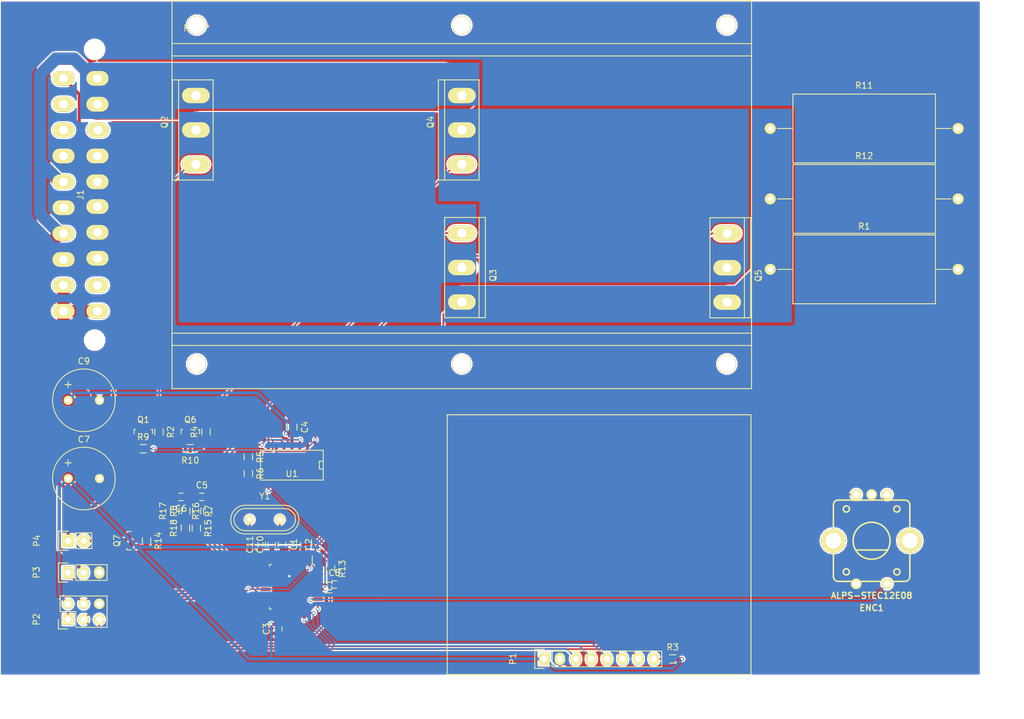
<source format=kicad_pcb>
(kicad_pcb (version 4) (host pcbnew 0.201507290901+6012~27~ubuntu14.04.1-product)
  (layers (0 F.Cu signal) (31 B.Cu signal) (34 B.Paste user) (35 F.Paste user) (36 B.SilkS user) (37 F.SilkS user) (38 B.Mask user) (39 F.Mask user) (44 Edge.Cuts user))
  (net 0 "")
  (net 1 GND)
  (net 2 "Net-(IC1-Pad19)")
  (net 3 "Net-(IC1-Pad20)")
  (net 4 "Net-(IC1-Pad22)")
  (net 5 "Net-(Q1-Pad1)")
  (net 6 +5V)
  (net 7 "Net-(C5-Pad1)")
  (net 8 /pwm_pos)
  (net 9 /pwm_neg)
  (net 10 /MOSI)
  (net 11 /MISO)
  (net 12 /SCK)
  (net 13 /mcu_adc)
  (net 14 /RESET)
  (net 15 /RXD)
  (net 16 /TXD)
  (net 17 +3V3)
  (net 18 "Net-(P1-Pad8)")
  (net 19 "Net-(Q2-Pad1)")
  (net 20 "Net-(Q3-Pad3)")
  (net 21 "Net-(Q4-Pad1)")
  (net 22 "Net-(Q6-Pad1)")
  (net 23 "Net-(R5-Pad2)")
  (net 24 "Net-(C6-Pad1)")
  (net 25 /load_1)
  (net 26 /load_2)
  (net 27 /rot_enc1)
  (net 28 /rot_enc2)
  (net 29 /rot_sw)
  (net 30 "Net-(J1-Pad8)")
  (net 31 "Net-(J1-Pad9)")
  (net 32 "Net-(J1-Pad12)")
  (net 33 "Net-(J1-Pad18)")
  (net 34 /lcd_sce)
  (net 35 /lcd_rst)
  (net 36 "Net-(IC1-Pad27)")
  (net 37 "Net-(Q1-Pad3)")
  (net 38 "Net-(Q6-Pad3)")
  (net 39 /servo_pwm)
  (net 40 /mcu_airpump)
  (net 41 +12V)
  (net 42 "Net-(P4-Pad2)")
  (net 43 /lcd_dc)
  (net 44 /XTAL1)
  (net 45 /XTAL2)
  (net 46 "Net-(R15-Pad1)")
  (net 47 "Net-(R17-Pad1)")
  (net 48 "Net-(IC1-Pad9)")
  (net 49 "Net-(IC1-Pad10)")
  (net 50 "Net-(IC1-Pad11)")
  (net 51 /opa_pos)
  (net 52 /opa_neg)
  (module TO-247_Vertical_Neutral123 (layer F.Cu) (at 102.743 62.738 90)
    (fp_text reference Q2 (at 1.27 -5.08 90) (layer F.SilkS))
    (fp_text value BD250)
    (pad 2 thru_hole oval (at 0 0 180) (size 4.50088 2.49936) (drill 1.50114) (layers *.Cu *.Mask F.SilkS) (net 25 /load_1))
    (pad 1 thru_hole oval (at -5.588 0 180) (size 4.50088 2.49936) (drill 1.50114) (layers *.Cu *.Mask F.SilkS) (net 19 "Net-(Q2-Pad1)"))
    (pad 3 thru_hole oval (at 5.588 0 180) (size 4.50088 2.49936) (drill 1.50114) (layers *.Cu *.Mask F.SilkS) (net 6 +5V))
  )
  (module blue_cpu_cooler (layer F.Cu) (at 102.87 45.72)
    (fp_text reference REF** (at 0 0.5) (layer F.SilkS))
    (fp_text value "blue cooler")
    (pad "" np_thru_hole circle (at 0 0) (size 3 3) (drill 2.8) (layers *.Cu *.Mask F.SilkS))
    (pad "" np_thru_hole circle (at 43 0) (size 3 3) (drill 2.8) (layers *.Cu *.Mask F.SilkS))
    (pad "" np_thru_hole circle (at 86 0) (size 3 3) (drill 2.8) (layers *.Cu *.Mask F.SilkS))
    (pad "" np_thru_hole circle (at 86 55) (size 3 3) (drill 2.8) (layers *.Cu *.Mask F.SilkS))
    (pad "" np_thru_hole circle (at 43 55) (size 3 3) (drill 2.8) (layers *.Cu *.Mask F.SilkS))
    (pad "" np_thru_hole circle (at 0 55) (size 3 3) (drill 2.8) (layers *.Cu *.Mask F.SilkS))
  )
  (module constant_current_source:Molex_minifit_jr_5566_39-29-9203_20pin (layer F.Cu) (at 84.027565 73.261299 90)
    (fp_text reference J1 (at 0 0 90) (layer F.SilkS))
    (fp_text value ATX20)
    (pad 1 thru_hole oval (at -18.9 -2.75 90) (size 2.4 3.6) (drill 1.4) (layers *.Cu *.Mask F.SilkS) (net 17 +3V3))
    (pad 2 thru_hole oval (at -14.7 -2.75 90) (size 2.4 3.6) (drill 1.4) (layers *.Cu *.Mask F.SilkS) (net 17 +3V3))
    (pad 3 thru_hole oval (at -10.5 -2.75 90) (size 2.4 3.6) (drill 1.4) (layers *.Cu *.Mask F.SilkS) (net 1 GND))
    (pad 4 thru_hole oval (at -6.3 -2.75 90) (size 2.4 3.6) (drill 1.4) (layers *.Cu *.Mask F.SilkS) (net 6 +5V))
    (pad 5 thru_hole oval (at -2.1 -2.75 90) (size 2.4 3.6) (drill 1.4) (layers *.Cu *.Mask F.SilkS) (net 1 GND))
    (pad 6 thru_hole oval (at 2.1 -2.75 90) (size 2.4 3.6) (drill 1.4) (layers *.Cu *.Mask F.SilkS) (net 6 +5V))
    (pad 7 thru_hole oval (at 6.3 -2.75 90) (size 2.4 3.6) (drill 1.4) (layers *.Cu *.Mask F.SilkS) (net 1 GND))
    (pad 8 thru_hole oval (at 10.5 -2.75 90) (size 2.4 3.6) (drill 1.4) (layers *.Cu *.Mask F.SilkS) (net 30 "Net-(J1-Pad8)"))
    (pad 9 thru_hole oval (at 14.7 -2.75 90) (size 2.4 3.6) (drill 1.4) (layers *.Cu *.Mask F.SilkS) (net 31 "Net-(J1-Pad9)"))
    (pad 10 thru_hole oval (at 18.9 -2.75 90) (size 2.4 3.6) (drill 1.4) (layers *.Cu *.Mask F.SilkS) (net 41 +12V))
    (pad 11 thru_hole oval (at -18.9 2.75 90) (size 2.4 3.6) (drill 1.4) (layers *.Cu *.Mask F.SilkS) (net 17 +3V3))
    (pad 12 thru_hole oval (at -14.7 2.75 90) (size 2.4 3.6) (drill 1.4) (layers *.Cu *.Mask F.SilkS) (net 32 "Net-(J1-Pad12)"))
    (pad 13 thru_hole oval (at -10.3 2.75 90) (size 2.4 3.6) (drill 1.4) (layers *.Cu *.Mask F.SilkS) (net 1 GND))
    (pad 14 thru_hole oval (at -6.1 2.75 90) (size 2.4 3.6) (drill 1.4) (layers *.Cu *.Mask F.SilkS) (net 1 GND))
    (pad 15 thru_hole oval (at -1.9 2.75 90) (size 2.4 3.6) (drill 1.4) (layers *.Cu *.Mask F.SilkS) (net 1 GND))
    (pad 16 thru_hole oval (at 2.1 2.75 90) (size 2.4 3.6) (drill 1.4) (layers *.Cu *.Mask F.SilkS) (net 1 GND))
    (pad 17 thru_hole oval (at 6.3 2.75 90) (size 2.4 3.6) (drill 1.4) (layers *.Cu *.Mask F.SilkS) (net 1 GND))
    (pad 18 thru_hole oval (at 10.5 2.85 90) (size 2.4 3.6) (drill 1.4) (layers *.Cu *.Mask F.SilkS) (net 33 "Net-(J1-Pad18)"))
    (pad 19 thru_hole oval (at 14.7 2.75 90) (size 2.4 3.6) (drill 1.4) (layers *.Cu *.Mask F.SilkS) (net 6 +5V))
    (pad 20 thru_hole oval (at 18.9 2.75 90) (size 2.4 3.6) (drill 1.4) (layers *.Cu *.Mask F.SilkS) (net 6 +5V))
    (pad "" np_thru_hole circle (at 23.6 2.29 90) (size 3 3) (drill 3) (layers *.Cu *.Mask F.SilkS))
    (pad "" np_thru_hole circle (at -23.6 2.29 90) (size 3 3) (drill 3) (layers *.Cu *.Mask F.SilkS))
  )
  (module Capacitors_SMD:C_0603 (layer F.Cu) (at 119.142421 130.009233 270)
    (fp_text reference C2 (at 0 -1.9 270) (layer F.SilkS))
    (fp_text value 100n)
    (pad 1 smd rect (at -0.75 0 270) (size 0.8 0.75) (layers F.Cu F.Paste F.Mask) (net 1 GND))
    (pad 2 smd rect (at 0.75 0 270) (size 0.8 0.75) (layers F.Cu F.Paste F.Mask) (net 17 +3V3))
  )
  (module Housings_QFP:TQFP-32_7x7mm_Pitch0.8mm (layer F.Cu) (at 118.312421 136.886233 270)
    (fp_text reference IC1 (at 0 -6.05 270) (layer F.SilkS))
    (fp_text value ATMEGA328P-A)
    (pad 1 smd rect (at -4.25 -2.8 270) (size 1.6 0.55) (layers F.Cu F.Paste F.Mask) (net 39 /servo_pwm))
    (pad 2 smd rect (at -4.25 -2 270) (size 1.6 0.55) (layers F.Cu F.Paste F.Mask) (net 28 /rot_enc2))
    (pad 3 smd rect (at -4.25 -1.2 270) (size 1.6 0.55) (layers F.Cu F.Paste F.Mask) (net 1 GND))
    (pad 4 smd rect (at -4.25 -0.4 270) (size 1.6 0.55) (layers F.Cu F.Paste F.Mask) (net 17 +3V3))
    (pad 5 smd rect (at -4.25 0.4 270) (size 1.6 0.55) (layers F.Cu F.Paste F.Mask) (net 1 GND))
    (pad 6 smd rect (at -4.25 1.2 270) (size 1.6 0.55) (layers F.Cu F.Paste F.Mask) (net 17 +3V3))
    (pad 7 smd rect (at -4.25 2 270) (size 1.6 0.55) (layers F.Cu F.Paste F.Mask) (net 44 /XTAL1))
    (pad 8 smd rect (at -4.25 2.8 270) (size 1.6 0.55) (layers F.Cu F.Paste F.Mask) (net 45 /XTAL2))
    (pad 9 smd rect (at -2.8 4.25) (size 1.6 0.55) (layers F.Cu F.Paste F.Mask) (net 48 "Net-(IC1-Pad9)"))
    (pad 10 smd rect (at -2 4.25) (size 1.6 0.55) (layers F.Cu F.Paste F.Mask) (net 49 "Net-(IC1-Pad10)"))
    (pad 11 smd rect (at -1.2 4.25) (size 1.6 0.55) (layers F.Cu F.Paste F.Mask) (net 50 "Net-(IC1-Pad11)"))
    (pad 12 smd rect (at -0.4 4.25) (size 1.6 0.55) (layers F.Cu F.Paste F.Mask) (net 40 /mcu_airpump))
    (pad 13 smd rect (at 0.4 4.25) (size 1.6 0.55) (layers F.Cu F.Paste F.Mask) (net 8 /pwm_pos))
    (pad 14 smd rect (at 1.2 4.25) (size 1.6 0.55) (layers F.Cu F.Paste F.Mask) (net 9 /pwm_neg))
    (pad 15 smd rect (at 2 4.25) (size 1.6 0.55) (layers F.Cu F.Paste F.Mask) (net 10 /MOSI))
    (pad 16 smd rect (at 2.8 4.25) (size 1.6 0.55) (layers F.Cu F.Paste F.Mask) (net 11 /MISO))
    (pad 17 smd rect (at 4.25 2.8 270) (size 1.6 0.55) (layers F.Cu F.Paste F.Mask) (net 12 /SCK))
    (pad 18 smd rect (at 4.25 2 270) (size 1.6 0.55) (layers F.Cu F.Paste F.Mask) (net 17 +3V3))
    (pad 19 smd rect (at 4.25 1.2 270) (size 1.6 0.55) (layers F.Cu F.Paste F.Mask) (net 2 "Net-(IC1-Pad19)"))
    (pad 20 smd rect (at 4.25 0.4 270) (size 1.6 0.55) (layers F.Cu F.Paste F.Mask) (net 3 "Net-(IC1-Pad20)"))
    (pad 21 smd rect (at 4.25 -0.4 270) (size 1.6 0.55) (layers F.Cu F.Paste F.Mask) (net 1 GND))
    (pad 22 smd rect (at 4.25 -1.2 270) (size 1.6 0.55) (layers F.Cu F.Paste F.Mask) (net 4 "Net-(IC1-Pad22)"))
    (pad 23 smd rect (at 4.25 -2 270) (size 1.6 0.55) (layers F.Cu F.Paste F.Mask) (net 34 /lcd_sce))
    (pad 24 smd rect (at 4.25 -2.8 270) (size 1.6 0.55) (layers F.Cu F.Paste F.Mask) (net 35 /lcd_rst))
    (pad 25 smd rect (at 2.8 -4.25) (size 1.6 0.55) (layers F.Cu F.Paste F.Mask) (net 43 /lcd_dc))
    (pad 26 smd rect (at 2 -4.25) (size 1.6 0.55) (layers F.Cu F.Paste F.Mask) (net 29 /rot_sw))
    (pad 27 smd rect (at 1.2 -4.25) (size 1.6 0.55) (layers F.Cu F.Paste F.Mask) (net 36 "Net-(IC1-Pad27)"))
    (pad 28 smd rect (at 0.4 -4.25) (size 1.6 0.55) (layers F.Cu F.Paste F.Mask) (net 13 /mcu_adc))
    (pad 29 smd rect (at -0.4 -4.25) (size 1.6 0.55) (layers F.Cu F.Paste F.Mask) (net 14 /RESET))
    (pad 30 smd rect (at -1.2 -4.25) (size 1.6 0.55) (layers F.Cu F.Paste F.Mask) (net 15 /RXD))
    (pad 31 smd rect (at -2 -4.25) (size 1.6 0.55) (layers F.Cu F.Paste F.Mask) (net 16 /TXD))
    (pad 32 smd rect (at -2.8 -4.25) (size 1.6 0.55) (layers F.Cu F.Paste F.Mask) (net 27 /rot_enc1))
  )
  (module Resistors_SMD:R_0603 (layer F.Cu) (at 96.765005 111.755551 270)
    (fp_text reference R2 (at 0 -1.9 270) (layer F.SilkS))
    (fp_text value 1k5)
    (pad 1 smd rect (at -0.75 0 270) (size 0.5 0.9) (layers F.Cu F.Paste F.Mask) (net 19 "Net-(Q2-Pad1)"))
    (pad 2 smd rect (at 0.75 0 270) (size 0.5 0.9) (layers F.Cu F.Paste F.Mask) (net 37 "Net-(Q1-Pad3)"))
  )
  (module Capacitors_SMD:C_0603 (layer F.Cu) (at 116.729421 130.009233 270)
    (fp_text reference C1 (at 0 -1.9 270) (layer F.SilkS))
    (fp_text value 100n)
    (pad 1 smd rect (at -0.75 0 270) (size 0.8 0.75) (layers F.Cu F.Paste F.Mask) (net 1 GND))
    (pad 2 smd rect (at 0.75 0 270) (size 0.8 0.75) (layers F.Cu F.Paste F.Mask) (net 17 +3V3))
  )
  (module Capacitors_SMD:C_0603 (layer F.Cu) (at 116.094421 143.725233 90)
    (fp_text reference C3 (at 0 -1.9 90) (layer F.SilkS))
    (fp_text value 100n)
    (pad 1 smd rect (at -0.75 0 90) (size 0.8 0.75) (layers F.Cu F.Paste F.Mask) (net 1 GND))
    (pad 2 smd rect (at 0.75 0 90) (size 0.8 0.75) (layers F.Cu F.Paste F.Mask) (net 17 +3V3))
  )
  (module Capacitors_SMD:C_0805 (layer F.Cu) (at 118.297013 110.969987 270)
    (fp_text reference C4 (at 0 -2.1 270) (layer F.SilkS))
    (fp_text value C)
    (pad 1 smd rect (at -1 0 270) (size 1 1.25) (layers F.Cu F.Paste F.Mask) (net 1 GND))
    (pad 2 smd rect (at 1 0 270) (size 1 1.25) (layers F.Cu F.Paste F.Mask) (net 6 +5V))
  )
  (module Capacitors_SMD:C_0603 (layer F.Cu) (at 103.710047 122.301)
    (fp_text reference C5 (at 0 -1.9) (layer F.SilkS))
    (fp_text value 47n)
    (pad 1 smd rect (at -0.75 0) (size 0.8 0.75) (layers F.Cu F.Paste F.Mask) (net 7 "Net-(C5-Pad1)"))
    (pad 2 smd rect (at 0.75 0) (size 0.8 0.75) (layers F.Cu F.Paste F.Mask) (net 1 GND))
  )
  (module Resistors_SMD:R_0603 (layer F.Cu) (at 180.086 148.59)
    (fp_text reference R3 (at 0 -1.9) (layer F.SilkS))
    (fp_text value 220)
    (pad 1 smd rect (at -0.75 0) (size 0.5 0.9) (layers F.Cu F.Paste F.Mask) (net 18 "Net-(P1-Pad8)"))
    (pad 2 smd rect (at 0.75 0) (size 0.5 0.9) (layers F.Cu F.Paste F.Mask) (net 17 +3V3))
  )
  (module Resistors_SMD:R_0603 (layer F.Cu) (at 104.385005 111.755551 90)
    (fp_text reference R4 (at 0 -1.9 90) (layer F.SilkS))
    (fp_text value 1k5)
    (pad 1 smd rect (at -0.75 0 90) (size 0.5 0.9) (layers F.Cu F.Paste F.Mask) (net 38 "Net-(Q6-Pad3)"))
    (pad 2 smd rect (at 0.75 0 90) (size 0.5 0.9) (layers F.Cu F.Paste F.Mask) (net 21 "Net-(Q4-Pad1)"))
  )
  (module SMD_Packages:SOIC-14_N (layer F.Cu) (at 118.317747 117.274119 180)
    (fp_text reference U1 (at 0 -1.27 180) (layer F.SilkS))
    (fp_text value LM324)
    (pad 1 smd rect (at -3.81 3.302 180) (size 0.508 1.143) (layers F.Cu F.Paste F.Mask) (net 52 /opa_neg))
    (pad 2 smd rect (at -2.54 3.302 180) (size 0.508 1.143) (layers F.Cu F.Paste F.Mask) (net 20 "Net-(Q3-Pad3)"))
    (pad 3 smd rect (at -1.27 3.302 180) (size 0.508 1.143) (layers F.Cu F.Paste F.Mask) (net 24 "Net-(C6-Pad1)"))
    (pad 4 smd rect (at 0 3.302 180) (size 0.508 1.143) (layers F.Cu F.Paste F.Mask) (net 6 +5V))
    (pad 5 smd rect (at 1.27 3.302 180) (size 0.508 1.143) (layers F.Cu F.Paste F.Mask) (net 7 "Net-(C5-Pad1)"))
    (pad 6 smd rect (at 2.54 3.302 180) (size 0.508 1.143) (layers F.Cu F.Paste F.Mask) (net 20 "Net-(Q3-Pad3)"))
    (pad 7 smd rect (at 3.81 3.302 180) (size 0.508 1.143) (layers F.Cu F.Paste F.Mask) (net 51 /opa_pos))
    (pad 8 smd rect (at 3.81 -3.048 180) (size 0.508 1.143) (layers F.Cu F.Paste F.Mask) (net 13 /mcu_adc))
    (pad 9 smd rect (at 2.54 -3.048 180) (size 0.508 1.143) (layers F.Cu F.Paste F.Mask) (net 23 "Net-(R5-Pad2)"))
    (pad 11 smd rect (at 0 -3.048 180) (size 0.508 1.143) (layers F.Cu F.Paste F.Mask) (net 1 GND))
    (pad 12 smd rect (at -1.27 -3.048 180) (size 0.508 1.143) (layers F.Cu F.Paste F.Mask))
    (pad 13 smd rect (at -2.54 -3.048 180) (size 0.508 1.143) (layers F.Cu F.Paste F.Mask))
    (pad 14 smd rect (at -3.81 -3.048 180) (size 0.508 1.143) (layers F.Cu F.Paste F.Mask))
    (pad 10 smd rect (at 1.27 -3.048 180) (size 0.508 1.143) (layers F.Cu F.Paste F.Mask) (net 20 "Net-(Q3-Pad3)"))
  )
  (module Resistors_ThroughHole:Resistor_Ceramic_Horizontal_L23mm-W9mm-H9mm-p30mm (layer F.Cu) (at 211.138609 85.359779)
    (fp_text reference R1 (at 0 -6.985) (layer F.SilkS))
    (fp_text value 0R1)
    (pad 1 thru_hole circle (at -15.24 0 180) (size 1.8 1.8) (drill 0.9) (layers *.Cu *.Mask F.SilkS) (net 20 "Net-(Q3-Pad3)"))
    (pad 2 thru_hole circle (at 15.24 0 180) (size 1.8 1.8) (drill 0.9) (layers *.Cu *.Mask F.SilkS) (net 1 GND))
  )
  (module Pin_Headers:Pin_Header_Straight_2x03 (layer F.Cu) (at 81.992543 142.188745 90)
    (fp_text reference P2 (at 0 -5.1 90) (layer F.SilkS))
    (fp_text value CONN_02X03)
    (pad 1 thru_hole rect (at 0 0 90) (size 1.7272 1.7272) (drill 1.016) (layers *.Cu *.Mask F.SilkS) (net 11 /MISO))
    (pad 2 thru_hole oval (at 2.54 0 90) (size 1.7272 1.7272) (drill 1.016) (layers *.Cu *.Mask F.SilkS) (net 17 +3V3))
    (pad 3 thru_hole oval (at 0 2.54 90) (size 1.7272 1.7272) (drill 1.016) (layers *.Cu *.Mask F.SilkS) (net 12 /SCK))
    (pad 4 thru_hole oval (at 2.54 2.54 90) (size 1.7272 1.7272) (drill 1.016) (layers *.Cu *.Mask F.SilkS) (net 10 /MOSI))
    (pad 5 thru_hole oval (at 0 5.08 90) (size 1.7272 1.7272) (drill 1.016) (layers *.Cu *.Mask F.SilkS) (net 14 /RESET))
    (pad 6 thru_hole oval (at 2.54 5.08 90) (size 1.7272 1.7272) (drill 1.016) (layers *.Cu *.Mask F.SilkS) (net 1 GND))
  )
  (module Resistors_SMD:R_0603 (layer F.Cu) (at 111.258789 115.827949 270)
    (fp_text reference R5 (at 0 -1.9 270) (layer F.SilkS))
    (fp_text value 10k)
    (pad 1 smd rect (at -0.75 0 270) (size 0.5 0.9) (layers F.Cu F.Paste F.Mask) (net 1 GND))
    (pad 2 smd rect (at 0.75 0 270) (size 0.5 0.9) (layers F.Cu F.Paste F.Mask) (net 23 "Net-(R5-Pad2)"))
  )
  (module Resistors_SMD:R_0603 (layer F.Cu) (at 111.258789 118.494949 270)
    (fp_text reference R6 (at 0 -1.9 270) (layer F.SilkS))
    (fp_text value 12k)
    (pad 1 smd rect (at -0.75 0 270) (size 0.5 0.9) (layers F.Cu F.Paste F.Mask) (net 23 "Net-(R5-Pad2)"))
    (pad 2 smd rect (at 0.75 0 270) (size 0.5 0.9) (layers F.Cu F.Paste F.Mask) (net 13 /mcu_adc))
  )
  (module Capacitors_SMD:C_0603 (layer F.Cu) (at 100.33 122.301 180)
    (fp_text reference C6 (at 0 -1.9 180) (layer F.SilkS))
    (fp_text value 47n)
    (pad 1 smd rect (at -0.75 0 180) (size 0.8 0.75) (layers F.Cu F.Paste F.Mask) (net 24 "Net-(C6-Pad1)"))
    (pad 2 smd rect (at 0.75 0 180) (size 0.8 0.75) (layers F.Cu F.Paste F.Mask) (net 1 GND))
  )
  (module Resistors_SMD:R_0603 (layer F.Cu) (at 102.87 124.587 270)
    (fp_text reference R7 (at 0 -1.9 270) (layer F.SilkS))
    (fp_text value 100)
    (pad 1 smd rect (at -0.75 0 270) (size 0.5 0.9) (layers F.Cu F.Paste F.Mask) (net 7 "Net-(C5-Pad1)"))
    (pad 2 smd rect (at 0.75 0 270) (size 0.5 0.9) (layers F.Cu F.Paste F.Mask) (net 46 "Net-(R15-Pad1)"))
  )
  (module Resistors_SMD:R_0603 (layer F.Cu) (at 101.092 124.587 90)
    (fp_text reference R8 (at 0 -1.9 90) (layer F.SilkS))
    (fp_text value 100)
    (pad 1 smd rect (at -0.75 0 90) (size 0.5 0.9) (layers F.Cu F.Paste F.Mask) (net 47 "Net-(R17-Pad1)"))
    (pad 2 smd rect (at 0.75 0 90) (size 0.5 0.9) (layers F.Cu F.Paste F.Mask) (net 24 "Net-(C6-Pad1)"))
  )
  (module Resistors_SMD:R_0603 (layer F.Cu) (at 94.206534 114.476456)
    (fp_text reference R9 (at 0 -1.9) (layer F.SilkS))
    (fp_text value 10k)
    (pad 1 smd rect (at -0.75 0) (size 0.5 0.9) (layers F.Cu F.Paste F.Mask) (net 5 "Net-(Q1-Pad1)"))
    (pad 2 smd rect (at 0.75 0) (size 0.5 0.9) (layers F.Cu F.Paste F.Mask) (net 52 /opa_neg))
  )
  (module Resistors_SMD:R_0603 (layer F.Cu) (at 101.826534 114.476456 180)
    (fp_text reference R10 (at 0 -1.9 180) (layer F.SilkS))
    (fp_text value 10k)
    (pad 1 smd rect (at -0.75 0 180) (size 0.5 0.9) (layers F.Cu F.Paste F.Mask) (net 51 /opa_pos))
    (pad 2 smd rect (at 0.75 0 180) (size 0.5 0.9) (layers F.Cu F.Paste F.Mask) (net 22 "Net-(Q6-Pad1)"))
  )
  (module Resistors_ThroughHole:Resistor_Ceramic_Horizontal_L23mm-W9mm-H9mm-p30mm (layer F.Cu) (at 211.138609 62.499779)
    (fp_text reference R11 (at 0 -6.985) (layer F.SilkS))
    (fp_text value 0R1)
    (pad 1 thru_hole circle (at -15.24 0 180) (size 1.8 1.8) (drill 0.9) (layers *.Cu *.Mask F.SilkS) (net 20 "Net-(Q3-Pad3)"))
    (pad 2 thru_hole circle (at 15.24 0 180) (size 1.8 1.8) (drill 0.9) (layers *.Cu *.Mask F.SilkS) (net 1 GND))
  )
  (module Resistors_ThroughHole:Resistor_Ceramic_Horizontal_L23mm-W9mm-H9mm-p30mm (layer F.Cu) (at 211.138609 73.929779)
    (fp_text reference R12 (at 0 -6.985) (layer F.SilkS))
    (fp_text value 0R1)
    (pad 1 thru_hole circle (at -15.24 0 180) (size 1.8 1.8) (drill 0.9) (layers *.Cu *.Mask F.SilkS) (net 20 "Net-(Q3-Pad3)"))
    (pad 2 thru_hole circle (at 15.24 0 180) (size 1.8 1.8) (drill 0.9) (layers *.Cu *.Mask F.SilkS) (net 1 GND))
  )
  (module Capacitors_Elko_ThroughHole:Elko_vert_20x10mm_RM5 (layer F.Cu) (at 82.034474 119.315231)
    (fp_text reference C7 (at 2.54 -6.35) (layer F.SilkS))
    (fp_text value CP)
    (fp_line (start -0.508 -2.54) (end 0.508 -2.54) (layer F.Cu) (width 0.15))
    (fp_line (start 0 -3.048) (end 0 -2.032) (layer F.Cu) (width 0.15))
    (pad 2 thru_hole circle (at 5.08 0) (size 1.50114 1.50114) (drill 0.8001) (layers *.Cu *.Mask F.SilkS) (net 1 GND))
    (pad 1 thru_hole circle (at 0 0) (size 1.50114 1.50114) (drill 0.8001) (layers *.Cu *.Mask F.SilkS) (net 17 +3V3))
  )
  (module ALPS-STEC12E08:ALPS-STEC12E08 (layer F.Cu) (at 212.344 129.413 180)
    (fp_text reference ENC1 (at 0 -10.9 180) (layer F.SilkS) (effects (font (thickness 0.2))))
    (fp_text value ALPS-STEC12E08 (at 0 -8.9 180) (layer F.SilkS) (effects (font (thickness 0.2))))
    (pad A thru_hole circle (at -2.5 7.5 180) (size 1.75 1.75) (drill 1.1) (layers *.Cu *.Mask F.SilkS) (net 27 /rot_enc1))
    (pad B thru_hole circle (at 2.5 7.5 180) (size 1.75 1.75) (drill 1.1) (layers *.Cu *.Mask F.SilkS) (net 28 /rot_enc2))
    (pad C thru_hole circle (at 0 7.5 180) (size 1.75 1.75) (drill 1.1) (layers *.Cu *.Mask F.SilkS) (net 1 GND))
    (pad SW2 thru_hole circle (at 2.5 -7 180) (size 1.75 1.75) (drill 1.1) (layers *.Cu *.Mask F.SilkS) (net 1 GND))
    (pad SW1 thru_hole circle (at -2.5 -7 180) (size 1.75 1.75) (drill 1.1) (layers *.Cu *.Mask F.SilkS) (net 29 /rot_sw))
    (pad body thru_hole oval (at 6.2 0 180) (size 4 4) (drill 2.5) (layers *.Cu *.Mask F.SilkS))
    (pad body thru_hole oval (at -6.2 0 180) (size 4 4) (drill 2.5) (layers *.Cu *.Mask F.SilkS))
  )
  (module constant_current_source:Nokia5110_Display (layer F.Cu) (at 159.258 148.59 90)
    (fp_text reference P1 (at 0 -5.1 90) (layer F.SilkS))
    (fp_text value Nokia5110_Display)
    (pad 1 thru_hole rect (at 0 0 90) (size 2.032 1.7272) (drill 1.016) (layers *.Cu *.Mask F.SilkS) (net 17 +3V3))
    (pad 2 thru_hole oval (at 0 2.54 90) (size 2.032 1.7272) (drill 1.016) (layers *.Cu *.Mask F.SilkS) (net 1 GND))
    (pad 3 thru_hole oval (at 0 5.08 90) (size 2.032 1.7272) (drill 1.016) (layers *.Cu *.Mask F.SilkS) (net 34 /lcd_sce))
    (pad 4 thru_hole oval (at 0 7.62 90) (size 2.032 1.7272) (drill 1.016) (layers *.Cu *.Mask F.SilkS) (net 35 /lcd_rst))
    (pad 5 thru_hole oval (at 0 10.16 90) (size 2.032 1.7272) (drill 1.016) (layers *.Cu *.Mask F.SilkS) (net 43 /lcd_dc))
    (pad 6 thru_hole oval (at 0 12.7 90) (size 2.032 1.7272) (drill 1.016) (layers *.Cu *.Mask F.SilkS) (net 10 /MOSI))
    (pad 7 thru_hole oval (at 0 15.24 90) (size 2.032 1.7272) (drill 1.016) (layers *.Cu *.Mask F.SilkS) (net 12 /SCK))
    (pad 8 thru_hole oval (at 0 17.78 90) (size 2.032 1.7272) (drill 1.016) (layers *.Cu *.Mask F.SilkS) (net 18 "Net-(P1-Pad8)"))
  )
  (module Capacitors_SMD:C_0603 (layer F.Cu) (at 125.222 136.525)
    (fp_text reference C8 (at 0 -1.9) (layer F.SilkS))
    (fp_text value C)
    (pad 1 smd rect (at -0.75 0) (size 0.8 0.75) (layers F.Cu F.Paste F.Mask) (net 14 /RESET))
    (pad 2 smd rect (at 0.75 0) (size 0.8 0.75) (layers F.Cu F.Paste F.Mask) (net 1 GND))
  )
  (module Resistors_SMD:R_0603 (layer F.Cu) (at 124.587 133.985 270)
    (fp_text reference R13 (at 0 -1.9 270) (layer F.SilkS))
    (fp_text value R)
    (pad 1 smd rect (at -0.75 0 270) (size 0.5 0.9) (layers F.Cu F.Paste F.Mask) (net 17 +3V3))
    (pad 2 smd rect (at 0.75 0 270) (size 0.5 0.9) (layers F.Cu F.Paste F.Mask) (net 14 /RESET))
  )
  (module Housings_SOT-23_SOT-143_TSOT-6:SOT-23 (layer F.Cu) (at 101.845005 112.009551)
    (fp_text reference Q6 (at 0 -2.25) (layer F.SilkS))
    (fp_text value BC847)
    (pad 1 smd rect (at -0.95 1.00076) (size 0.8001 0.8001) (layers F.Cu F.Paste F.Mask) (net 22 "Net-(Q6-Pad1)"))
    (pad 2 smd rect (at 0.95 1.00076) (size 0.8001 0.8001) (layers F.Cu F.Paste F.Mask) (net 1 GND))
    (pad 3 smd rect (at 0 -0.99822) (size 0.8001 0.8001) (layers F.Cu F.Paste F.Mask) (net 38 "Net-(Q6-Pad3)"))
  )
  (module Housings_SOT-23_SOT-143_TSOT-6:SOT-23 (layer F.Cu) (at 94.225005 112.009551)
    (fp_text reference Q1 (at 0 -2.25) (layer F.SilkS))
    (fp_text value BC847)
    (pad 1 smd rect (at -0.95 1.00076) (size 0.8001 0.8001) (layers F.Cu F.Paste F.Mask) (net 5 "Net-(Q1-Pad1)"))
    (pad 2 smd rect (at 0.95 1.00076) (size 0.8001 0.8001) (layers F.Cu F.Paste F.Mask) (net 1 GND))
    (pad 3 smd rect (at 0 -0.99822) (size 0.8001 0.8001) (layers F.Cu F.Paste F.Mask) (net 37 "Net-(Q1-Pad3)"))
  )
  (module Capacitors_Elko_ThroughHole:Elko_vert_20x10mm_RM5 (layer F.Cu) (at 82.034474 106.615231)
    (fp_text reference C9 (at 2.54 -6.35) (layer F.SilkS))
    (fp_text value CP)
    (fp_line (start -0.508 -2.54) (end 0.508 -2.54) (layer F.Cu) (width 0.15))
    (fp_line (start 0 -3.048) (end 0 -2.032) (layer F.Cu) (width 0.15))
    (pad 2 thru_hole circle (at 5.08 0) (size 1.50114 1.50114) (drill 0.8001) (layers *.Cu *.Mask F.SilkS) (net 1 GND))
    (pad 1 thru_hole circle (at 0 0) (size 1.50114 1.50114) (drill 0.8001) (layers *.Cu *.Mask F.SilkS) (net 6 +5V))
  )
  (module constant_current_source:TO-247_Vertical_Neutral123 (layer F.Cu) (at 145.881471 62.738 90)
    (fp_text reference Q4 (at 1.27 -5.08 90) (layer F.SilkS))
    (fp_text value BD250)
    (pad 2 thru_hole oval (at 0 0 180) (size 4.50088 2.49936) (drill 1.50114) (layers *.Cu *.Mask F.SilkS) (net 26 /load_2))
    (pad 1 thru_hole oval (at -5.588 0 180) (size 4.50088 2.49936) (drill 1.50114) (layers *.Cu *.Mask F.SilkS) (net 21 "Net-(Q4-Pad1)"))
    (pad 3 thru_hole oval (at 5.588 0 180) (size 4.50088 2.49936) (drill 1.50114) (layers *.Cu *.Mask F.SilkS) (net 6 +5V))
  )
  (module constant_current_source:TO-247_Vertical_Neutral123 (layer F.Cu) (at 145.881471 85.07316 270)
    (fp_text reference Q3 (at 1.27 -5.08 270) (layer F.SilkS))
    (fp_text value BD249)
    (pad 2 thru_hole oval (at 0 0) (size 4.50088 2.49936) (drill 1.50114) (layers *.Cu *.Mask F.SilkS) (net 25 /load_1))
    (pad 1 thru_hole oval (at -5.588 0) (size 4.50088 2.49936) (drill 1.50114) (layers *.Cu *.Mask F.SilkS) (net 51 /opa_pos))
    (pad 3 thru_hole oval (at 5.588 0) (size 4.50088 2.49936) (drill 1.50114) (layers *.Cu *.Mask F.SilkS) (net 20 "Net-(Q3-Pad3)"))
  )
  (module constant_current_source:TO-247_Vertical_Neutral123 (layer F.Cu) (at 188.913609 85.105779 270)
    (fp_text reference Q5 (at 1.27 -5.08 270) (layer F.SilkS))
    (fp_text value BD249)
    (pad 2 thru_hole oval (at 0 0) (size 4.50088 2.49936) (drill 1.50114) (layers *.Cu *.Mask F.SilkS) (net 26 /load_2))
    (pad 1 thru_hole oval (at -5.588 0) (size 4.50088 2.49936) (drill 1.50114) (layers *.Cu *.Mask F.SilkS) (net 52 /opa_neg))
    (pad 3 thru_hole oval (at 5.588 0) (size 4.50088 2.49936) (drill 1.50114) (layers *.Cu *.Mask F.SilkS) (net 20 "Net-(Q3-Pad3)"))
  )
  (module Pin_Headers:Pin_Header_Straight_1x03 (layer F.Cu) (at 81.992543 134.568745 90)
    (fp_text reference P3 (at 0 -5.1 90) (layer F.SilkS))
    (fp_text value CONN_01X03)
    (pad 1 thru_hole rect (at 0 0 90) (size 2.032 1.7272) (drill 1.016) (layers *.Cu *.Mask F.SilkS) (net 39 /servo_pwm))
    (pad 2 thru_hole oval (at 0 2.54 90) (size 2.032 1.7272) (drill 1.016) (layers *.Cu *.Mask F.SilkS) (net 6 +5V))
    (pad 3 thru_hole oval (at 0 5.08 90) (size 2.032 1.7272) (drill 1.016) (layers *.Cu *.Mask F.SilkS) (net 1 GND))
  )
  (module Pin_Headers:Pin_Header_Straight_1x02 (layer F.Cu) (at 82.042 129.413 90)
    (fp_text reference P4 (at 0 -5.1 90) (layer F.SilkS))
    (fp_text value CONN_01X02)
    (pad 1 thru_hole rect (at 0 0 90) (size 2.032 2.032) (drill 1.016) (layers *.Cu *.Mask F.SilkS) (net 41 +12V))
    (pad 2 thru_hole oval (at 0 2.54 90) (size 2.032 2.032) (drill 1.016) (layers *.Cu *.Mask F.SilkS) (net 42 "Net-(P4-Pad2)"))
  )
  (module Housings_SOT-23_SOT-143_TSOT-6:SOT-23 (layer F.Cu) (at 92.202 129.413 90)
    (fp_text reference Q7 (at 0 -2.25 90) (layer F.SilkS))
    (fp_text value IRLML6244)
    (pad 1 smd rect (at -0.95 1.00076 90) (size 0.8001 0.8001) (layers F.Cu F.Paste F.Mask) (net 40 /mcu_airpump))
    (pad 2 smd rect (at 0.95 1.00076 90) (size 0.8001 0.8001) (layers F.Cu F.Paste F.Mask) (net 1 GND))
    (pad 3 smd rect (at 0 -0.99822 90) (size 0.8001 0.8001) (layers F.Cu F.Paste F.Mask) (net 42 "Net-(P4-Pad2)"))
  )
  (module Resistors_SMD:R_0603 (layer F.Cu) (at 94.742 129.413 270)
    (fp_text reference R14 (at 0 -1.9 270) (layer F.SilkS))
    (fp_text value 10k)
    (pad 1 smd rect (at -0.75 0 270) (size 0.5 0.9) (layers F.Cu F.Paste F.Mask) (net 1 GND))
    (pad 2 smd rect (at 0.75 0 270) (size 0.5 0.9) (layers F.Cu F.Paste F.Mask) (net 40 /mcu_airpump))
  )
  (module Capacitors_SMD:C_0603 (layer F.Cu) (at 115.062 130.036 90)
    (fp_text reference C10 (at 0 -1.9 90) (layer F.SilkS))
    (fp_text value 22p)
    (pad 1 smd rect (at -0.75 0 90) (size 0.8 0.75) (layers F.Cu F.Paste F.Mask) (net 44 /XTAL1))
    (pad 2 smd rect (at 0.75 0 90) (size 0.8 0.75) (layers F.Cu F.Paste F.Mask) (net 1 GND))
  )
  (module Capacitors_SMD:C_0603 (layer F.Cu) (at 113.411 130.036 90)
    (fp_text reference C11 (at 0 -1.9 90) (layer F.SilkS))
    (fp_text value 22p)
    (pad 1 smd rect (at -0.75 0 90) (size 0.8 0.75) (layers F.Cu F.Paste F.Mask) (net 45 /XTAL2))
    (pad 2 smd rect (at 0.75 0 90) (size 0.8 0.75) (layers F.Cu F.Paste F.Mask) (net 1 GND))
  )
  (module Resistors_SMD:R_0603 (layer F.Cu) (at 102.821047 127.380271 270)
    (fp_text reference R15 (at 0 -1.9 270) (layer F.SilkS))
    (fp_text value 180)
    (pad 1 smd rect (at -0.75 0 270) (size 0.5 0.9) (layers F.Cu F.Paste F.Mask) (net 46 "Net-(R15-Pad1)"))
    (pad 2 smd rect (at 0.75 0 270) (size 0.5 0.9) (layers F.Cu F.Paste F.Mask) (net 8 /pwm_pos))
  )
  (module Resistors_SMD:R_0603 (layer F.Cu) (at 104.648 124.587 90)
    (fp_text reference R16 (at 0 -1.9 90) (layer F.SilkS))
    (fp_text value 150)
    (pad 1 smd rect (at -0.75 0 90) (size 0.5 0.9) (layers F.Cu F.Paste F.Mask) (net 46 "Net-(R15-Pad1)"))
    (pad 2 smd rect (at 0.75 0 90) (size 0.5 0.9) (layers F.Cu F.Paste F.Mask) (net 1 GND))
  )
  (module Resistors_SMD:R_0603 (layer F.Cu) (at 99.314 124.587 90)
    (fp_text reference R17 (at 0 -1.9 90) (layer F.SilkS))
    (fp_text value 150)
    (pad 1 smd rect (at -0.75 0 90) (size 0.5 0.9) (layers F.Cu F.Paste F.Mask) (net 47 "Net-(R17-Pad1)"))
    (pad 2 smd rect (at 0.75 0 90) (size 0.5 0.9) (layers F.Cu F.Paste F.Mask) (net 1 GND))
  )
  (module Resistors_SMD:R_0603 (layer F.Cu) (at 101.036463 127.35168 90)
    (fp_text reference R18 (at 0 -1.9 90) (layer F.SilkS))
    (fp_text value 180)
    (pad 1 smd rect (at -0.75 0 90) (size 0.5 0.9) (layers F.Cu F.Paste F.Mask) (net 9 /pwm_neg))
    (pad 2 smd rect (at 0.75 0 90) (size 0.5 0.9) (layers F.Cu F.Paste F.Mask) (net 47 "Net-(R17-Pad1)"))
  )
  (module Crystals:Crystal_HC49-U_Vertical (layer F.Cu) (at 113.919 125.984)
    (fp_text reference Y1 (at 0 -3.81) (layer F.SilkS))
    (fp_text value Crystal)
    (pad 1 thru_hole circle (at -2.44094 0) (size 1.50114 1.50114) (drill 0.8001) (layers *.Cu *.Mask F.SilkS) (net 45 /XTAL2))
    (pad 2 thru_hole circle (at 2.44094 0) (size 1.50114 1.50114) (drill 0.8001) (layers *.Cu *.Mask F.SilkS) (net 44 /XTAL1))
  )
  (via (at 117.898686 135.158017) (size 0.6) (drill 0.4) (layers F.Cu B.Cu) (net 1))
  (segment (start 117.912421 132.636233) (end 117.912421 135.144282) (width 0.5) (layer F.Cu) (net 1))
  (segment (start 86.577565 75.361299) (end 86.777565 75.161299) (width 2) (layer F.Cu) (net 1))
  (segment (start 86.577565 83.761299) (end 86.777565 83.561299) (width 2) (layer F.Cu) (net 1))
  (segment (start 93.275005 113.010311) (end 93.275005 114.294927) (width 0.25) (layer F.Cu) (net 5))
  (segment (start 93.275005 114.294927) (end 93.456534 114.476456) (width 0.25) (layer F.Cu) (net 5))
  (segment (start 93.275005 113.010311) (end 93.275005 114.246551) (width 0.25) (layer F.Cu) (net 5))
  (segment (start 93.275005 114.246551) (end 93.336005 114.307551) (width 0.25) (layer F.Cu) (net 5))
  (segment (start 78.105 64.897) (end 78.105 53.115474) (width 2) (layer F.Cu) (net 6))
  (segment (start 78.105 53.115474) (end 80.059175 51.161299) (width 2) (layer F.Cu) (net 6))
  (segment (start 80.059175 51.161299) (end 82.977565 51.161299) (width 2) (layer F.Cu) (net 6))
  (segment (start 82.977565 51.161299) (end 86.177565 54.361299) (width 2) (layer F.Cu) (net 6))
  (segment (start 86.177565 54.361299) (end 86.777565 54.361299) (width 2) (layer F.Cu) (net 6))
  (segment (start 81.277565 71.161299) (end 80.677565 71.161299) (width 2) (layer F.Cu) (net 6))
  (segment (start 80.677565 71.161299) (end 78.105 68.588734) (width 2) (layer F.Cu) (net 6))
  (segment (start 78.105 68.588734) (end 78.105 63.153652) (width 2) (layer F.Cu) (net 6))
  (segment (start 80.677565 79.561299) (end 78.105 76.988734) (width 2) (layer F.Cu) (net 6))
  (segment (start 78.105 76.988734) (end 78.105 63.153652) (width 2) (layer F.Cu) (net 6))
  (segment (start 82.034474 106.615231) (end 78.105 102.685757) (width 2) (layer F.Cu) (net 6))
  (segment (start 78.105 102.685757) (end 78.105 82.133864) (width 2) (layer F.Cu) (net 6))
  (segment (start 78.105 82.133864) (end 80.677565 79.561299) (width 2) (layer F.Cu) (net 6))
  (segment (start 82.034474 106.615231) (end 83.235045 105.41466) (width 0.5) (layer B.Cu) (net 6))
  (segment (start 112.78066 105.41466) (end 117.348 109.982) (width 0.5) (layer B.Cu) (net 6))
  (segment (start 83.235045 105.41466) (end 112.78066 105.41466) (width 0.5) (layer B.Cu) (net 6))
  (segment (start 84.532543 134.568745) (end 84.532543 134.416345) (width 0.5) (layer F.Cu) (net 6))
  (segment (start 84.532543 134.416345) (end 80.995199 130.879001) (width 0.5) (layer F.Cu) (net 6))
  (segment (start 80.995199 130.879001) (end 80.665999 130.879001) (width 0.5) (layer F.Cu) (net 6))
  (segment (start 80.575999 118.687001) (end 83.058 116.205) (width 0.5) (layer F.Cu) (net 6))
  (segment (start 80.665999 130.879001) (end 80.575999 130.789001) (width 0.5) (layer F.Cu) (net 6))
  (segment (start 80.575999 130.789001) (end 80.575999 118.687001) (width 0.5) (layer F.Cu) (net 6))
  (segment (start 83.058 116.205) (end 83.058 107.638757) (width 0.5) (layer F.Cu) (net 6))
  (segment (start 83.058 107.638757) (end 82.034474 106.615231) (width 0.5) (layer F.Cu) (net 6))
  (segment (start 86.777565 54.361299) (end 86.777565 58.280113) (width 5) (layer F.Cu) (net 6))
  (segment (start 86.777565 58.280113) (end 86.777565 58.561299) (width 5) (layer F.Cu) (net 6))
  (segment (start 117.348 111.589736) (end 117.348 112.014) (width 0.5) (layer B.Cu) (net 6))
  (segment (start 117.348 110.014998) (end 117.348 111.589736) (width 0.5) (layer B.Cu) (net 6))
  (segment (start 117.348 112.014) (end 118.253 112.014) (width 0.5) (layer F.Cu) (net 6))
  (segment (start 118.253 112.014) (end 118.297013 111.969987) (width 0.5) (layer F.Cu) (net 6))
  (via (at 117.348 112.014) (size 0.6) (drill 0.4) (layers F.Cu B.Cu) (net 6))
  (segment (start 118.317747 113.972119) (end 118.317747 111.990721) (width 0.5) (layer F.Cu) (net 6))
  (segment (start 118.317747 111.990721) (end 118.297013 111.969987) (width 0.5) (layer F.Cu) (net 6))
  (segment (start 100.464822 57.23799) (end 101.492004 57.23799) (width 5) (layer F.Cu) (net 6))
  (segment (start 101.492004 57.23799) (end 102.65501 57.23799) (width 5) (layer F.Cu) (net 6))
  (segment (start 86.777565 58.561299) (end 100.168695 58.561299) (width 5) (layer F.Cu) (net 6))
  (segment (start 100.168695 58.561299) (end 101.492004 57.23799) (width 5) (layer F.Cu) (net 6))
  (segment (start 145.881471 57.15) (end 143.157539 54.426068) (width 5) (layer F.Cu) (net 6))
  (segment (start 143.157539 54.426068) (end 86.842334 54.426068) (width 5) (layer F.Cu) (net 6))
  (segment (start 86.842334 54.426068) (end 86.777565 54.361299) (width 5) (layer F.Cu) (net 6))
  (segment (start 80.677565 79.561299) (end 81.277565 79.561299) (width 2) (layer F.Cu) (net 6))
  (segment (start 81.277565 79.561299) (end 80.677565 79.561299) (width 2) (layer B.Cu) (net 6))
  (segment (start 77.477565 76.361299) (end 77.477565 62.663756) (width 2) (layer B.Cu) (net 6))
  (segment (start 77.477565 62.663756) (end 77.477565 53.742909) (width 2) (layer B.Cu) (net 6))
  (segment (start 81.277565 71.161299) (end 80.677565 71.161299) (width 2) (layer B.Cu) (net 6))
  (segment (start 80.677565 71.161299) (end 77.477565 67.961299) (width 2) (layer B.Cu) (net 6))
  (segment (start 77.477565 67.961299) (end 77.477565 62.663756) (width 2) (layer B.Cu) (net 6))
  (segment (start 80.677565 79.561299) (end 77.477565 76.361299) (width 2) (layer B.Cu) (net 6))
  (segment (start 82.977565 51.161299) (end 86.177565 54.361299) (width 2) (layer B.Cu) (net 6))
  (segment (start 86.177565 54.361299) (end 86.777565 54.361299) (width 2) (layer B.Cu) (net 6))
  (segment (start 80.059175 51.161299) (end 82.977565 51.161299) (width 2) (layer B.Cu) (net 6))
  (segment (start 77.477565 53.742909) (end 80.059175 51.161299) (width 2) (layer B.Cu) (net 6))
  (segment (start 102.65501 57.23799) (end 102.743 57.15) (width 5) (layer F.Cu) (net 6))
  (segment (start 102.743 57.15) (end 95.097023 57.15) (width 5) (layer F.Cu) (net 6))
  (segment (start 145.881471 57.15) (end 102.743 57.15) (width 5) (layer F.Cu) (net 6))
  (segment (start 113.578376 114.45325) (end 113.993746 114.86862) (width 0.25) (layer F.Cu) (net 7))
  (segment (start 115.198746 114.691622) (end 115.198746 113.140618) (width 0.25) (layer F.Cu) (net 7))
  (segment (start 113.993746 114.86862) (end 115.021748 114.86862) (width 0.25) (layer F.Cu) (net 7))
  (segment (start 117.047747 113.654619) (end 117.047747 113.972119) (width 0.25) (layer F.Cu) (net 7))
  (segment (start 102.960047 122.301) (end 102.960047 120.686953) (width 0.25) (layer F.Cu) (net 7))
  (segment (start 102.960047 120.686953) (end 109.19375 114.45325) (width 0.25) (layer F.Cu) (net 7))
  (segment (start 109.19375 114.45325) (end 113.578376 114.45325) (width 0.25) (layer F.Cu) (net 7))
  (segment (start 115.021748 114.86862) (end 115.198746 114.691622) (width 0.25) (layer F.Cu) (net 7))
  (segment (start 115.198746 113.140618) (end 115.263746 113.075618) (width 0.25) (layer F.Cu) (net 7))
  (segment (start 115.263746 113.075618) (end 116.468746 113.075618) (width 0.25) (layer F.Cu) (net 7))
  (segment (start 116.468746 113.075618) (end 117.047747 113.654619) (width 0.25) (layer F.Cu) (net 7))
  (segment (start 102.87 123.837) (end 102.87 122.391047) (width 0.25) (layer F.Cu) (net 7))
  (segment (start 102.87 122.391047) (end 102.960047 122.301) (width 0.25) (layer F.Cu) (net 7))
  (segment (start 114.062421 137.286233) (end 113.012421 137.286233) (width 0.25) (layer F.Cu) (net 8))
  (segment (start 113.012421 137.286233) (end 103.856459 128.130271) (width 0.25) (layer F.Cu) (net 8))
  (segment (start 103.856459 128.130271) (end 103.521047 128.130271) (width 0.25) (layer F.Cu) (net 8))
  (segment (start 103.521047 128.130271) (end 102.821047 128.130271) (width 0.25) (layer F.Cu) (net 8))
  (segment (start 103.63146 128.705272) (end 101.840055 128.705272) (width 0.25) (layer F.Cu) (net 9))
  (segment (start 101.840055 128.705272) (end 101.236463 128.10168) (width 0.25) (layer F.Cu) (net 9))
  (segment (start 101.236463 128.10168) (end 101.036463 128.10168) (width 0.25) (layer F.Cu) (net 9))
  (segment (start 114.062421 138.086233) (end 113.012421 138.086233) (width 0.25) (layer F.Cu) (net 9))
  (segment (start 113.012421 138.086233) (end 103.63146 128.705272) (width 0.25) (layer F.Cu) (net 9))
  (segment (start 86.171154 138.010134) (end 112.136322 138.010134) (width 0.25) (layer F.Cu) (net 10))
  (segment (start 112.136322 138.010134) (end 113.012421 138.886233) (width 0.25) (layer F.Cu) (net 10))
  (segment (start 84.532543 139.648745) (end 86.171154 138.010134) (width 0.25) (layer F.Cu) (net 10))
  (segment (start 113.012421 138.886233) (end 114.062421 138.886233) (width 0.25) (layer F.Cu) (net 10))
  (segment (start 83.343942 138.460144) (end 83.668944 138.785146) (width 0.25) (layer F.Cu) (net 10))
  (segment (start 81.422014 138.460144) (end 83.343942 138.460144) (width 0.25) (layer F.Cu) (net 10))
  (segment (start 80.803942 139.078216) (end 81.422014 138.460144) (width 0.25) (layer F.Cu) (net 10))
  (segment (start 80.803942 143.312346) (end 80.803942 139.078216) (width 0.25) (layer F.Cu) (net 10))
  (segment (start 83.668944 138.785146) (end 84.532543 139.648745) (width 0.25) (layer F.Cu) (net 10))
  (segment (start 81.382596 143.891) (end 80.803942 143.312346) (width 0.25) (layer F.Cu) (net 10))
  (segment (start 85.555275 143.891) (end 81.382596 143.891) (width 0.25) (layer F.Cu) (net 10))
  (segment (start 170.517868 146.997468) (end 88.661743 146.997468) (width 0.25) (layer F.Cu) (net 10))
  (segment (start 171.958 148.4376) (end 170.517868 146.997468) (width 0.25) (layer F.Cu) (net 10))
  (segment (start 88.661743 146.997468) (end 85.555275 143.891) (width 0.25) (layer F.Cu) (net 10))
  (segment (start 171.958 148.59) (end 171.958 148.4376) (width 0.25) (layer F.Cu) (net 10))
  (segment (start 111.868654 138.460144) (end 86.502014 138.460144) (width 0.25) (layer F.Cu) (net 11))
  (segment (start 81.992543 141.075145) (end 81.992543 142.188745) (width 0.25) (layer F.Cu) (net 11))
  (segment (start 85.782991 140.301887) (end 85.114878 140.97) (width 0.25) (layer F.Cu) (net 11))
  (segment (start 85.114878 140.97) (end 82.097688 140.97) (width 0.25) (layer F.Cu) (net 11))
  (segment (start 85.782991 139.179167) (end 85.782991 140.301887) (width 0.25) (layer F.Cu) (net 11))
  (segment (start 113.18671 139.7782) (end 111.868654 138.460144) (width 0.25) (layer F.Cu) (net 11))
  (segment (start 86.502014 138.460144) (end 85.782991 139.179167) (width 0.25) (layer F.Cu) (net 11))
  (segment (start 114.1146 139.7782) (end 113.18671 139.7782) (width 0.25) (layer F.Cu) (net 11))
  (segment (start 82.097688 140.97) (end 81.992543 141.075145) (width 0.25) (layer F.Cu) (net 11))
  (segment (start 84.532543 142.188745) (end 85.878288 140.843) (width 0.25) (layer F.Cu) (net 12))
  (segment (start 85.878288 140.843) (end 87.884 140.843) (width 0.25) (layer F.Cu) (net 12))
  (segment (start 87.884 140.843) (end 89.807504 138.919496) (width 0.25) (layer F.Cu) (net 12))
  (segment (start 89.807504 138.919496) (end 111.691596 138.919496) (width 0.25) (layer F.Cu) (net 12))
  (segment (start 111.691596 138.919496) (end 113.908333 141.136233) (width 0.25) (layer F.Cu) (net 12))
  (segment (start 113.908333 141.136233) (end 115.512421 141.136233) (width 0.25) (layer F.Cu) (net 12))
  (segment (start 88.891257 146.547459) (end 85.396142 143.052344) (width 0.25) (layer F.Cu) (net 12))
  (segment (start 174.498 148.59) (end 174.498 148.4376) (width 0.25) (layer F.Cu) (net 12))
  (segment (start 174.498 148.4376) (end 172.607859 146.547459) (width 0.25) (layer F.Cu) (net 12))
  (segment (start 172.607859 146.547459) (end 88.891257 146.547459) (width 0.25) (layer F.Cu) (net 12))
  (segment (start 85.396142 143.052344) (end 84.532543 142.188745) (width 0.25) (layer F.Cu) (net 12))
  (segment (start 123.698004 137.287) (end 123.698004 130.429004) (width 0.25) (layer B.Cu) (net 13))
  (segment (start 123.698004 130.429004) (end 123.698 130.429) (width 0.25) (layer B.Cu) (net 13))
  (segment (start 123.698 130.429) (end 123.698 130.036591) (width 0.25) (layer B.Cu) (net 13))
  (segment (start 123.698 130.036591) (end 114.953839 121.29243) (width 0.25) (layer B.Cu) (net 13))
  (segment (start 114.953839 121.29243) (end 114.529575 121.29243) (width 0.25) (layer B.Cu) (net 13))
  (segment (start 123.697237 137.286233) (end 123.698004 137.287) (width 0.25) (layer F.Cu) (net 13))
  (segment (start 122.562421 137.286233) (end 123.697237 137.286233) (width 0.25) (layer F.Cu) (net 13))
  (via (at 123.698004 137.287) (size 0.6) (drill 0.4) (layers F.Cu B.Cu) (net 13))
  (segment (start 114.529575 121.29243) (end 114.529575 120.343947) (width 0.25) (layer F.Cu) (net 13))
  (segment (start 114.529575 120.343947) (end 114.507747 120.322119) (width 0.25) (layer F.Cu) (net 13))
  (via (at 114.529575 121.29243) (size 0.6) (drill 0.4) (layers F.Cu B.Cu) (net 13))
  (segment (start 114.507747 120.322119) (end 114.507747 119.500619) (width 0.25) (layer F.Cu) (net 13))
  (segment (start 114.507747 119.500619) (end 114.252077 119.244949) (width 0.25) (layer F.Cu) (net 13))
  (segment (start 114.252077 119.244949) (end 111.958789 119.244949) (width 0.25) (layer F.Cu) (net 13))
  (segment (start 111.958789 119.244949) (end 111.258789 119.244949) (width 0.25) (layer F.Cu) (net 13))
  (segment (start 120.566004 146.097449) (end 89.101833 146.097449) (width 0.25) (layer F.Cu) (net 14))
  (segment (start 124.587 134.735) (end 124.587 136.41) (width 0.25) (layer F.Cu) (net 14))
  (segment (start 124.587 136.41) (end 124.472 136.525) (width 0.25) (layer F.Cu) (net 14))
  (segment (start 124.587 134.735) (end 124.587 142.076453) (width 0.25) (layer F.Cu) (net 14))
  (segment (start 124.587 142.076453) (end 120.566004 146.097449) (width 0.25) (layer F.Cu) (net 14))
  (segment (start 89.101833 146.097449) (end 87.072543 144.068159) (width 0.25) (layer F.Cu) (net 14))
  (segment (start 87.072543 144.068159) (end 87.072543 142.188745) (width 0.25) (layer F.Cu) (net 14))
  (segment (start 122.562421 136.486233) (end 124.433233 136.486233) (width 0.25) (layer F.Cu) (net 14))
  (segment (start 124.433233 136.486233) (end 124.472 136.525) (width 0.25) (layer F.Cu) (net 14))
  (segment (start 114.918698 148.59) (end 125.73 148.59) (width 0.5) (layer B.Cu) (net 17))
  (segment (start 111.29853 148.59) (end 114.918698 148.59) (width 0.5) (layer B.Cu) (net 17))
  (segment (start 81.277565 92.161299) (end 81.277565 102.613565) (width 2) (layer F.Cu) (net 17))
  (segment (start 84.582 105.918) (end 84.582 116.767705) (width 2) (layer F.Cu) (net 17))
  (segment (start 81.277565 102.613565) (end 84.582 105.918) (width 2) (layer F.Cu) (net 17))
  (segment (start 84.582 116.767705) (end 82.034474 119.315231) (width 2) (layer F.Cu) (net 17))
  (segment (start 117.856 130.429) (end 117.833181 130.451819) (width 0.5) (layer B.Cu) (net 17))
  (segment (start 93.171062 130.451819) (end 93.128428 130.409185) (width 0.5) (layer B.Cu) (net 17))
  (segment (start 117.833181 130.451819) (end 93.171062 130.451819) (width 0.5) (layer B.Cu) (net 17))
  (segment (start 122.459642 130.451819) (end 122.503204 130.495381) (width 0.5) (layer B.Cu) (net 17))
  (segment (start 122.503204 130.495381) (end 122.803203 130.79538) (width 0.5) (layer B.Cu) (net 17))
  (segment (start 122.89738 130.79538) (end 122.803203 130.79538) (width 0.5) (layer F.Cu) (net 17))
  (via (at 122.803203 130.79538) (size 0.6) (drill 0.4) (layers F.Cu B.Cu) (net 17))
  (segment (start 124.587 132.485) (end 122.89738 130.79538) (width 0.5) (layer F.Cu) (net 17))
  (segment (start 124.587 133.235) (end 124.587 132.485) (width 0.5) (layer F.Cu) (net 17))
  (segment (start 117.891488 130.451819) (end 122.459642 130.451819) (width 0.5) (layer B.Cu) (net 17))
  (segment (start 114.961627 142.975233) (end 114.945401 142.959007) (width 0.5) (layer F.Cu) (net 17))
  (segment (start 114.945401 143.383271) (end 114.945401 142.959007) (width 0.5) (layer B.Cu) (net 17))
  (segment (start 116.094421 142.975233) (end 114.961627 142.975233) (width 0.5) (layer F.Cu) (net 17))
  (segment (start 114.945713 148.59) (end 114.945401 148.589688) (width 0.5) (layer B.Cu) (net 17))
  (segment (start 114.945401 148.589688) (end 114.945401 143.383271) (width 0.5) (layer B.Cu) (net 17))
  (via (at 114.945401 142.959007) (size 0.6) (drill 0.4) (layers F.Cu B.Cu) (net 17))
  (segment (start 82.034474 119.315231) (end 93.128428 130.409185) (width 0.5) (layer B.Cu) (net 17))
  (segment (start 93.128428 130.409185) (end 111.309243 148.59) (width 0.5) (layer B.Cu) (net 17))
  (segment (start 125.740713 148.59) (end 159.258 148.59) (width 0.5) (layer B.Cu) (net 17))
  (segment (start 159.258 148.59) (end 159.258 148.4376) (width 0.5) (layer B.Cu) (net 17))
  (segment (start 159.258 148.4376) (end 160.9344 150.114) (width 0.5) (layer B.Cu) (net 17))
  (segment (start 160.9344 150.114) (end 180.086 150.114) (width 0.5) (layer B.Cu) (net 17))
  (segment (start 180.086 150.114) (end 181.61 148.59) (width 0.5) (layer B.Cu) (net 17))
  (segment (start 181.61 148.59) (end 181.609984 148.59) (width 0.5) (layer B.Cu) (net 17))
  (segment (start 181.609984 148.59) (end 180.836 148.59) (width 0.5) (layer F.Cu) (net 17))
  (via (at 181.609984 148.59) (size 0.6) (drill 0.4) (layers F.Cu B.Cu) (net 17))
  (segment (start 119.142421 130.759233) (end 118.198902 130.759233) (width 0.5) (layer F.Cu) (net 17))
  (segment (start 118.198902 130.759233) (end 117.891488 130.451819) (width 0.5) (layer F.Cu) (net 17))
  (segment (start 116.729421 130.759233) (end 117.584074 130.759233) (width 0.5) (layer F.Cu) (net 17))
  (segment (start 117.584074 130.759233) (end 117.891488 130.451819) (width 0.5) (layer F.Cu) (net 17))
  (via (at 117.891488 130.451819) (size 0.6) (drill 0.4) (layers F.Cu B.Cu) (net 17))
  (segment (start 82.034474 119.315231) (end 83.235045 120.515802) (width 0.5) (layer B.Cu) (net 17))
  (segment (start 116.094421 142.975233) (end 116.312421 142.757233) (width 0.5) (layer F.Cu) (net 17))
  (segment (start 116.312421 142.757233) (end 116.312421 141.136233) (width 0.5) (layer F.Cu) (net 17))
  (segment (start 82.034474 119.315231) (end 95.815243 133.096) (width 0.5) (layer B.Cu) (net 17))
  (segment (start 81.992543 139.648745) (end 80.575999 138.232201) (width 0.5) (layer B.Cu) (net 17))
  (segment (start 80.575999 138.232201) (end 80.575999 120.773706) (width 0.5) (layer B.Cu) (net 17))
  (segment (start 80.575999 120.773706) (end 81.283905 120.0658) (width 0.5) (layer B.Cu) (net 17))
  (segment (start 81.283905 120.0658) (end 82.034474 119.315231) (width 0.5) (layer B.Cu) (net 17))
  (segment (start 117.112421 132.636233) (end 117.112421 131.142233) (width 0.5) (layer F.Cu) (net 17))
  (segment (start 117.112421 131.142233) (end 116.729421 130.759233) (width 0.5) (layer F.Cu) (net 17))
  (segment (start 118.712421 132.636233) (end 118.712421 131.189233) (width 0.5) (layer F.Cu) (net 17))
  (segment (start 118.712421 131.189233) (end 119.142421 130.759233) (width 0.5) (layer F.Cu) (net 17))
  (segment (start 86.777565 92.161299) (end 81.277565 92.161299) (width 2) (layer F.Cu) (net 17))
  (segment (start 81.277565 87.961299) (end 81.277565 92.161299) (width 2) (layer F.Cu) (net 17))
  (segment (start 179.336 148.59) (end 177.038 148.59) (width 0.25) (layer F.Cu) (net 18))
  (segment (start 177.026 148.578) (end 177.038 148.59) (width 0.25) (layer F.Cu) (net 18))
  (segment (start 96.765005 111.005551) (end 96.765005 73.303235) (width 0.25) (layer F.Cu) (net 19))
  (segment (start 96.765005 73.303235) (end 101.74224 68.326) (width 0.25) (layer F.Cu) (net 19))
  (segment (start 101.74224 68.326) (end 102.743 68.326) (width 0.25) (layer F.Cu) (net 19))
  (segment (start 145.881471 90.66116) (end 144.880711 90.66116) (width 0.25) (layer F.Cu) (net 20))
  (segment (start 144.880711 90.66116) (end 142.875 92.666871) (width 0.25) (layer F.Cu) (net 20))
  (segment (start 142.875 92.666871) (end 142.875 105.430368) (width 0.25) (layer F.Cu) (net 20))
  (segment (start 142.875 105.430368) (end 133.436748 114.86862) (width 0.25) (layer F.Cu) (net 20))
  (segment (start 133.436748 114.86862) (end 121.436748 114.86862) (width 0.25) (layer F.Cu) (net 20))
  (segment (start 121.436748 114.86862) (end 120.782746 114.86862) (width 0.25) (layer F.Cu) (net 20))
  (segment (start 115.777747 113.972119) (end 115.777747 114.824358) (width 0.25) (layer F.Cu) (net 20))
  (segment (start 115.822009 114.86862) (end 115.777747 114.824358) (width 0.25) (layer F.Cu) (net 20))
  (segment (start 115.777747 114.824358) (end 115.777747 116.806825) (width 0.25) (layer F.Cu) (net 20))
  (segment (start 120.857747 113.972119) (end 120.857747 114.793619) (width 0.25) (layer F.Cu) (net 20))
  (segment (start 120.857747 114.793619) (end 120.782746 114.86862) (width 0.25) (layer F.Cu) (net 20))
  (segment (start 120.782746 114.86862) (end 115.822009 114.86862) (width 0.25) (layer F.Cu) (net 20))
  (segment (start 115.777747 115.015747) (end 115.777747 113.972119) (width 0.25) (layer F.Cu) (net 20))
  (segment (start 115.777747 116.806825) (end 116.332 117.361078) (width 0.25) (layer F.Cu) (net 20))
  (segment (start 116.332 117.361078) (end 116.332 119.606372) (width 0.25) (layer F.Cu) (net 20))
  (segment (start 116.332 119.606372) (end 117.047747 120.322119) (width 0.25) (layer F.Cu) (net 20))
  (segment (start 195.898609 73.929779) (end 195.898609 85.898967) (width 5) (layer F.Cu) (net 20))
  (segment (start 195.898609 85.898967) (end 191.191787 90.605789) (width 5) (layer F.Cu) (net 20))
  (segment (start 191.191787 90.605789) (end 189.001599 90.605789) (width 5) (layer F.Cu) (net 20))
  (segment (start 189.001599 90.605789) (end 188.913609 90.693779) (width 5) (layer F.Cu) (net 20))
  (segment (start 195.898609 73.929779) (end 195.898609 85.359779) (width 5) (layer F.Cu) (net 20))
  (segment (start 195.898609 62.499779) (end 195.898609 73.929779) (width 5) (layer F.Cu) (net 20))
  (segment (start 188.913609 90.693779) (end 145.91409 90.693779) (width 5) (layer F.Cu) (net 20))
  (segment (start 145.91409 90.693779) (end 145.881471 90.66116) (width 5) (layer F.Cu) (net 20))
  (segment (start 104.385005 111.005551) (end 104.385005 108.821706) (width 0.25) (layer F.Cu) (net 21))
  (segment (start 104.385005 108.821706) (end 144.880711 68.326) (width 0.25) (layer F.Cu) (net 21))
  (segment (start 144.880711 68.326) (end 145.881471 68.326) (width 0.25) (layer F.Cu) (net 21))
  (segment (start 100.895005 113.010311) (end 100.895005 114.294927) (width 0.25) (layer F.Cu) (net 22))
  (segment (start 100.895005 114.294927) (end 101.076534 114.476456) (width 0.25) (layer F.Cu) (net 22))
  (segment (start 100.895005 113.010311) (end 100.895005 114.246551) (width 0.25) (layer F.Cu) (net 22))
  (segment (start 100.895005 114.246551) (end 100.956005 114.307551) (width 0.25) (layer F.Cu) (net 22))
  (segment (start 111.258789 116.577949) (end 114.799949 116.577949) (width 0.25) (layer F.Cu) (net 23))
  (segment (start 114.799949 116.577949) (end 115.777747 117.555747) (width 0.25) (layer F.Cu) (net 23))
  (segment (start 115.777747 117.555747) (end 115.777747 119.500619) (width 0.25) (layer F.Cu) (net 23))
  (segment (start 115.777747 119.500619) (end 115.777747 120.322119) (width 0.25) (layer F.Cu) (net 23))
  (segment (start 111.258789 116.577949) (end 111.258789 117.744949) (width 0.25) (layer F.Cu) (net 23))
  (segment (start 112.986736 113.82823) (end 113.411 113.82823) (width 0.25) (layer F.Cu) (net 24))
  (segment (start 108.92777 113.82823) (end 112.986736 113.82823) (width 0.25) (layer F.Cu) (net 24))
  (segment (start 101.08 122.301) (end 101.08 121.676) (width 0.25) (layer F.Cu) (net 24))
  (segment (start 101.08 121.676) (end 108.92777 113.82823) (width 0.25) (layer F.Cu) (net 24))
  (segment (start 114.20923 113.03) (end 113.710999 113.528231) (width 0.25) (layer B.Cu) (net 24))
  (segment (start 113.710999 113.528231) (end 113.411 113.82823) (width 0.25) (layer B.Cu) (net 24))
  (via (at 113.411 113.82823) (size 0.6) (drill 0.4) (layers F.Cu B.Cu) (net 24))
  (segment (start 119.634 113.03) (end 114.20923 113.03) (width 0.25) (layer B.Cu) (net 24))
  (segment (start 101.092 123.837) (end 101.092 122.313) (width 0.25) (layer F.Cu) (net 24))
  (segment (start 101.092 122.313) (end 101.08 122.301) (width 0.25) (layer F.Cu) (net 24))
  (segment (start 119.587747 113.972119) (end 119.587747 113.076253) (width 0.25) (layer F.Cu) (net 24))
  (segment (start 119.587747 113.076253) (end 119.634 113.03) (width 0.25) (layer F.Cu) (net 24))
  (via (at 119.634 113.03) (size 0.6) (drill 0.4) (layers F.Cu B.Cu) (net 24))
  (segment (start 214.844 121.913) (end 213.643999 123.113001) (width 0.25) (layer F.Cu) (net 27))
  (segment (start 213.643999 123.113001) (end 129.494155 123.113001) (width 0.25) (layer F.Cu) (net 27))
  (segment (start 129.494155 123.113001) (end 122.152554 130.454602) (width 0.25) (layer F.Cu) (net 27))
  (segment (start 122.152554 130.454602) (end 122.152554 133.151366) (width 0.25) (layer F.Cu) (net 27))
  (segment (start 122.152554 133.151366) (end 122.562421 133.561233) (width 0.25) (layer F.Cu) (net 27))
  (segment (start 122.562421 133.561233) (end 122.562421 134.086233) (width 0.25) (layer F.Cu) (net 27))
  (segment (start 209.844 121.913) (end 208.606564 121.913) (width 0.25) (layer F.Cu) (net 28))
  (segment (start 208.606564 121.913) (end 207.863233 122.656331) (width 0.25) (layer F.Cu) (net 28))
  (segment (start 207.863233 122.656331) (end 129.242323 122.656331) (width 0.25) (layer F.Cu) (net 28))
  (segment (start 129.242323 122.656331) (end 120.312421 131.586233) (width 0.25) (layer F.Cu) (net 28))
  (segment (start 120.312421 131.586233) (end 120.312421 132.636233) (width 0.25) (layer F.Cu) (net 28))
  (segment (start 132.326476 138.929463) (end 132.317939 138.938) (width 0.25) (layer B.Cu) (net 29))
  (segment (start 132.317939 138.938) (end 121.472474 138.938) (width 0.25) (layer B.Cu) (net 29))
  (segment (start 121.472474 138.938) (end 121.350253 139.060221) (width 0.25) (layer B.Cu) (net 29))
  (segment (start 132.326476 138.929463) (end 132.180786 138.929463) (width 0.25) (layer B.Cu) (net 29))
  (segment (start 212.327537 138.929463) (end 132.326476 138.929463) (width 0.25) (layer B.Cu) (net 29))
  (segment (start 214.844 136.413) (end 212.327537 138.929463) (width 0.25) (layer B.Cu) (net 29))
  (segment (start 121.385786 138.929463) (end 121.303661 139.011588) (width 0.25) (layer B.Cu) (net 29))
  (segment (start 121.303661 139.013629) (end 121.350253 139.060221) (width 0.25) (layer B.Cu) (net 29))
  (segment (start 121.303661 139.011588) (end 121.303661 139.013629) (width 0.25) (layer B.Cu) (net 29))
  (segment (start 121.512421 138.886233) (end 121.350253 139.048401) (width 0.25) (layer F.Cu) (net 29))
  (segment (start 122.562421 138.886233) (end 121.512421 138.886233) (width 0.25) (layer F.Cu) (net 29))
  (segment (start 121.350253 139.048401) (end 121.350253 139.060221) (width 0.25) (layer F.Cu) (net 29))
  (via (at 121.350253 139.060221) (size 0.6) (drill 0.4) (layers F.Cu B.Cu) (net 29))
  (segment (start 164.338 148.59) (end 164.338 148.4376) (width 0.25) (layer B.Cu) (net 34))
  (segment (start 164.338 148.4376) (end 162.846457 146.946057) (width 0.25) (layer B.Cu) (net 34))
  (segment (start 162.846457 146.946057) (end 125.02821 146.946057) (width 0.25) (layer B.Cu) (net 34))
  (segment (start 125.02821 146.946057) (end 120.338154 142.256001) (width 0.25) (layer B.Cu) (net 34))
  (segment (start 120.312421 142.230268) (end 120.338154 142.256001) (width 0.25) (layer F.Cu) (net 34))
  (segment (start 120.312421 141.136233) (end 120.312421 142.230268) (width 0.25) (layer F.Cu) (net 34))
  (via (at 120.338154 142.256001) (size 0.6) (drill 0.4) (layers F.Cu B.Cu) (net 34))
  (segment (start 166.878 148.59) (end 166.878 148.4376) (width 0.25) (layer B.Cu) (net 35))
  (segment (start 166.878 148.4376) (end 164.936448 146.496048) (width 0.25) (layer B.Cu) (net 35))
  (segment (start 121.793 143.00341) (end 121.793 141.097) (width 0.25) (layer B.Cu) (net 35))
  (segment (start 164.936448 146.496048) (end 125.285638 146.496048) (width 0.25) (layer B.Cu) (net 35))
  (segment (start 125.285638 146.496048) (end 121.793 143.00341) (width 0.25) (layer B.Cu) (net 35))
  (segment (start 121.112421 141.136233) (end 121.815027 141.136233) (width 0.25) (layer F.Cu) (net 35))
  (segment (start 121.815027 141.136233) (end 121.836377 141.157583) (width 0.25) (layer F.Cu) (net 35))
  (via (at 121.836377 141.157583) (size 0.6) (drill 0.4) (layers F.Cu B.Cu) (net 35))
  (segment (start 96.765005 112.505551) (end 96.565005 112.505551) (width 0.25) (layer F.Cu) (net 37))
  (segment (start 96.565005 112.505551) (end 95.070785 111.011331) (width 0.25) (layer F.Cu) (net 37))
  (segment (start 95.070785 111.011331) (end 94.875055 111.011331) (width 0.25) (layer F.Cu) (net 37))
  (segment (start 94.875055 111.011331) (end 94.225005 111.011331) (width 0.25) (layer F.Cu) (net 37))
  (segment (start 104.385005 112.505551) (end 104.185005 112.505551) (width 0.25) (layer F.Cu) (net 38))
  (segment (start 104.185005 112.505551) (end 102.690785 111.011331) (width 0.25) (layer F.Cu) (net 38))
  (segment (start 102.690785 111.011331) (end 102.495055 111.011331) (width 0.25) (layer F.Cu) (net 38))
  (segment (start 102.495055 111.011331) (end 101.845005 111.011331) (width 0.25) (layer F.Cu) (net 38))
  (segment (start 110.998 137.541) (end 84.812398 137.541) (width 0.25) (layer F.Cu) (net 39))
  (segment (start 84.812398 137.541) (end 81.992543 134.721145) (width 0.25) (layer F.Cu) (net 39))
  (segment (start 81.992543 134.721145) (end 81.992543 134.568745) (width 0.25) (layer F.Cu) (net 39))
  (segment (start 121.158 133.858) (end 121.158 132.681812) (width 0.25) (layer F.Cu) (net 39))
  (segment (start 121.158 132.681812) (end 121.112421 132.636233) (width 0.25) (layer F.Cu) (net 39))
  (segment (start 111.252 137.287) (end 117.729 137.287) (width 0.25) (layer B.Cu) (net 39))
  (segment (start 117.729 137.287) (end 121.158 133.858) (width 0.25) (layer B.Cu) (net 39))
  (via (at 121.158 133.858) (size 0.6) (drill 0.4) (layers F.Cu B.Cu) (net 39))
  (segment (start 108.204 137.541) (end 110.998 137.541) (width 0.25) (layer F.Cu) (net 39))
  (segment (start 110.998 137.541) (end 111.252 137.287) (width 0.25) (layer F.Cu) (net 39))
  (via (at 111.252 137.287) (size 0.6) (drill 0.4) (layers F.Cu B.Cu) (net 39))
  (segment (start 103.886 127.381) (end 97.724 127.381) (width 0.25) (layer F.Cu) (net 40))
  (segment (start 97.724 127.381) (end 94.942 130.163) (width 0.25) (layer F.Cu) (net 40))
  (segment (start 94.942 130.163) (end 94.742 130.163) (width 0.25) (layer F.Cu) (net 40))
  (segment (start 114.062421 136.486233) (end 113.012421 136.486233) (width 0.25) (layer F.Cu) (net 40))
  (segment (start 113.012421 136.486233) (end 103.907188 127.381) (width 0.25) (layer F.Cu) (net 40))
  (segment (start 94.742 130.163) (end 93.40276 130.163) (width 0.25) (layer F.Cu) (net 40))
  (segment (start 93.40276 130.163) (end 93.20276 130.363) (width 0.25) (layer F.Cu) (net 40))
  (segment (start 82.042 129.413) (end 82.042 127.897) (width 0.5) (layer F.Cu) (net 41))
  (segment (start 89.408 120.531) (end 89.408 91.44) (width 0.5) (layer F.Cu) (net 41))
  (segment (start 82.042 127.897) (end 89.408 120.531) (width 0.5) (layer F.Cu) (net 41))
  (segment (start 89.408 91.44) (end 88.011 90.043) (width 0.5) (layer F.Cu) (net 41))
  (segment (start 88.011 90.043) (end 85.217 90.043) (width 0.5) (layer F.Cu) (net 41))
  (segment (start 85.217 90.043) (end 83.827555 88.653555) (width 0.5) (layer F.Cu) (net 41))
  (segment (start 83.827555 88.653555) (end 83.827555 56.911289) (width 0.5) (layer F.Cu) (net 41))
  (segment (start 83.827555 56.911289) (end 81.277565 54.361299) (width 0.5) (layer F.Cu) (net 41))
  (segment (start 91.20378 129.413) (end 84.582 129.413) (width 0.5) (layer F.Cu) (net 42))
  (segment (start 169.418 148.59) (end 169.418 148.4376) (width 0.25) (layer B.Cu) (net 43))
  (segment (start 169.418 148.4376) (end 167.026439 146.046039) (width 0.25) (layer B.Cu) (net 43))
  (segment (start 167.026439 146.046039) (end 125.472039 146.046039) (width 0.25) (layer B.Cu) (net 43))
  (segment (start 125.472039 146.046039) (end 122.505658 143.079658) (width 0.25) (layer B.Cu) (net 43))
  (segment (start 122.505658 143.079658) (end 122.505658 140.516591) (width 0.25) (layer B.Cu) (net 43))
  (segment (start 122.562421 140.408406) (end 122.495221 140.475606) (width 0.25) (layer F.Cu) (net 43))
  (segment (start 122.562421 139.686233) (end 122.562421 140.408406) (width 0.25) (layer F.Cu) (net 43))
  (via (at 122.495221 140.475606) (size 0.6) (drill 0.4) (layers F.Cu B.Cu) (net 43))
  (segment (start 115.062 130.786) (end 115.062 130.761) (width 0.25) (layer F.Cu) (net 44))
  (segment (start 115.062 130.761) (end 116.02942 129.79358) (width 0.25) (layer F.Cu) (net 44))
  (segment (start 116.35994 127.045466) (end 116.35994 125.984) (width 0.25) (layer F.Cu) (net 44))
  (segment (start 116.02942 129.79358) (end 116.02942 127.375986) (width 0.25) (layer F.Cu) (net 44))
  (segment (start 116.02942 127.375986) (end 116.35994 127.045466) (width 0.25) (layer F.Cu) (net 44))
  (segment (start 116.312421 132.636233) (end 116.312421 131.586233) (width 0.25) (layer F.Cu) (net 44))
  (segment (start 116.312421 131.586233) (end 116.162188 131.436) (width 0.25) (layer F.Cu) (net 44))
  (segment (start 116.162188 131.436) (end 115.687 131.436) (width 0.25) (layer F.Cu) (net 44))
  (segment (start 115.687 131.436) (end 115.062 130.811) (width 0.25) (layer F.Cu) (net 44))
  (segment (start 115.062 130.811) (end 115.062 130.786) (width 0.25) (layer F.Cu) (net 44))
  (segment (start 113.411 130.786) (end 112.786 130.786) (width 0.25) (layer F.Cu) (net 45))
  (segment (start 112.786 130.786) (end 111.47806 129.47806) (width 0.25) (layer F.Cu) (net 45))
  (segment (start 111.47806 129.47806) (end 111.47806 127.045466) (width 0.25) (layer F.Cu) (net 45))
  (segment (start 111.47806 127.045466) (end 111.47806 125.984) (width 0.25) (layer F.Cu) (net 45))
  (segment (start 115.512421 132.636233) (end 114.987421 132.636233) (width 0.25) (layer F.Cu) (net 45))
  (segment (start 114.987421 132.636233) (end 113.411 131.059812) (width 0.25) (layer F.Cu) (net 45))
  (segment (start 113.411 131.059812) (end 113.411 130.786) (width 0.25) (layer F.Cu) (net 45))
  (segment (start 104.648 125.337) (end 102.87 125.337) (width 0.25) (layer F.Cu) (net 46))
  (segment (start 102.821047 126.630271) (end 102.821047 125.385953) (width 0.25) (layer F.Cu) (net 46))
  (segment (start 102.821047 125.385953) (end 102.87 125.337) (width 0.25) (layer F.Cu) (net 46))
  (segment (start 99.314 125.337) (end 101.092 125.337) (width 0.25) (layer F.Cu) (net 47))
  (segment (start 101.036463 126.60168) (end 101.036463 125.392537) (width 0.25) (layer F.Cu) (net 47))
  (segment (start 101.036463 125.392537) (end 101.092 125.337) (width 0.25) (layer F.Cu) (net 47))
  (segment (start 114.507747 113.972119) (end 114.507747 112.217905) (width 0.25) (layer F.Cu) (net 51))
  (segment (start 114.507747 112.217905) (end 114.507747 107.488253) (width 0.25) (layer F.Cu) (net 51))
  (segment (start 105.970679 112.204879) (end 114.494721 112.204879) (width 0.25) (layer F.Cu) (net 51))
  (segment (start 114.494721 112.204879) (end 114.507747 112.217905) (width 0.25) (layer F.Cu) (net 51))
  (segment (start 114.507747 107.488253) (end 142.51084 79.48516) (width 0.25) (layer F.Cu) (net 51))
  (segment (start 142.51084 79.48516) (end 145.881471 79.48516) (width 0.25) (layer F.Cu) (net 51))
  (segment (start 103.699102 114.476456) (end 102.576534 114.476456) (width 0.25) (layer F.Cu) (net 51))
  (segment (start 105.970679 112.204879) (end 103.699102 114.476456) (width 0.25) (layer F.Cu) (net 51))
  (segment (start 122.127747 113.034366) (end 122.127747 105.174912) (width 0.25) (layer F.Cu) (net 52))
  (segment (start 122.127747 105.174912) (end 132.922747 94.379912) (width 0.25) (layer F.Cu) (net 52))
  (segment (start 95.885 114.427) (end 96.184999 114.726999) (width 0.25) (layer B.Cu) (net 52))
  (segment (start 96.184999 114.726999) (end 120.477001 114.726999) (width 0.25) (layer B.Cu) (net 52))
  (segment (start 120.477001 114.726999) (end 122.174 113.03) (width 0.25) (layer B.Cu) (net 52))
  (segment (start 122.127747 113.972119) (end 122.127747 113.034366) (width 0.25) (layer F.Cu) (net 52))
  (via (at 122.127747 113.034366) (size 0.6) (drill 0.4) (layers F.Cu B.Cu) (net 52))
  (segment (start 94.956534 114.476456) (end 95.835544 114.476456) (width 0.25) (layer F.Cu) (net 52))
  (segment (start 95.835544 114.476456) (end 95.885 114.427) (width 0.25) (layer F.Cu) (net 52))
  (via (at 95.885 114.427) (size 0.6) (drill 0.4) (layers F.Cu B.Cu) (net 52))
  (segment (start 132.922747 94.379912) (end 144.117659 83.185) (width 0.25) (layer F.Cu) (net 52))
  (segment (start 144.117659 83.185) (end 182.745948 83.185) (width 0.25) (layer F.Cu) (net 52))
  (segment (start 186.413169 79.517779) (end 188.913609 79.517779) (width 0.25) (layer F.Cu) (net 52))
  (segment (start 182.745948 83.185) (end 186.413169 79.517779) (width 0.25) (layer F.Cu) (net 52))
  (zone (net 6) (net_name +5V) (layer B.Cu) (priority 1) (connect_pads yes (clearance 0.508)) (min_thickness 0.254) (fill yes (arc_segments 16) (thermal_gap 0.508) (thermal_bridge_width 0.508))
    (polygon (pts (xy 148.717 59.69) (xy 148.717 51.816) (xy 83.947 51.816) (xy 83.947 60.96) (xy 99.949 60.96) (xy 101.6 59.817) (xy 148.717 59.817)))
  )
  (zone (net 25) (net_name /load_1) (layer B.Cu) (priority 2) (connect_pads yes (clearance 0.508)) (min_thickness 0.254) (fill yes (arc_segments 16) (thermal_gap 0.508) (thermal_bridge_width 0.508))
    (polygon (pts (xy 148.717 59.817) (xy 99.949 59.817) (xy 99.949 93.98) (xy 148.717 93.98)))
  )
  (zone (net 26) (net_name /load_2) (layer B.Cu) (priority 3) (connect_pads yes (clearance 0.508)) (min_thickness 0.254) (fill yes (arc_segments 16) (thermal_gap 0.508) (thermal_bridge_width 0.508))
    (polygon (pts (xy 192.913 88.265) (xy 148.717 88.265) (xy 148.717 74.295) (xy 142.113 74.295) (xy 142.113 59.309) (xy 192.913 59.309)))
  )
  (zone (net 20) (net_name "Net-(Q3-Pad3)") (layer B.Cu) (priority 4) (connect_pads yes (clearance 0.508)) (min_thickness 0.254) (fill yes (arc_segments 16) (thermal_gap 0.508) (thermal_bridge_width 0.508))
    (polygon (pts (xy 192.913 59.309) (xy 192.913 85.344) (xy 190.246 88.011) (xy 143.002 88.011) (xy 143.002 93.98) (xy 199.39 93.98) (xy 199.39 59.309)))
  )
  (zone (net 1) (net_name GND) (layer B.Cu) (connect_pads yes (clearance 0.254)) (min_thickness 0.254) (fill yes (arc_segments 16) (thermal_gap 0.508) (thermal_bridge_width 0.508))
    (polygon (pts (xy 229.87 151.13) (xy 71.12 151.13) (xy 71.12 41.91) (xy 229.87 41.91)))
  )
  (zone (net 1) (net_name GND) (layer F.Cu) (connect_pads (clearance 0.254)) (min_thickness 0.254) (fill yes (arc_segments 16) (thermal_gap 0.508) (thermal_bridge_width 0.508))
    (polygon (pts (xy 229.87 151.13) (xy 71.12 151.13) (xy 71.12 41.91) (xy 229.87 41.91)))
  )
  (zone (net 1) (net_name GND) (layer F.Cu) (priority 1) (connect_pads yes (clearance 0.508)) (min_thickness 0.254) (fill yes (arc_segments 16) (thermal_gap 0.508) (thermal_bridge_width 0.508))
    (polygon (pts (xy 89.027 93.853) (xy 89.027 53.213) (xy 79.375 53.213) (xy 78.359 53.213) (xy 78.359 93.853)))
  )
)
</source>
